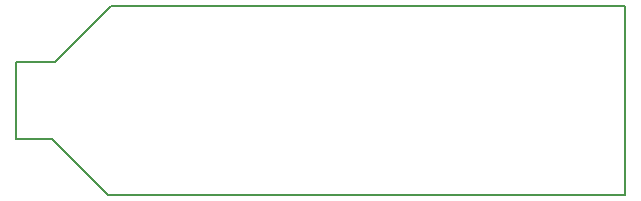
<source format=gbr>
%FSTAX25Y25*%
%MOMM*%
%SFA1B1*%

%IPPOS*%
%ADD29C,0.200000*%
%LNmicamp_mechanical_1-1*%
%LPD*%
G54D29*
X-4849997Y-0324998D02*
X-4374997Y-0799998D01*
X-4849997Y-0324998D02*
D01*
X-4824999Y0324998D02*
X-4349998Y0799998D01*
X-4849997Y0324998D02*
X-4824999D01*
X-5149999Y-0324998D02*
Y0324998D01*
Y-0324998D02*
X-4849997D01*
X-5149999Y0324998D02*
X-4849997D01*
X0Y-0799998D02*
Y0799998D01*
X-4349998D02*
X0D01*
Y-0799998D02*
Y0799998D01*
X-4374997Y-08D02*
X0Y-0799998D01*
M02*
</source>
